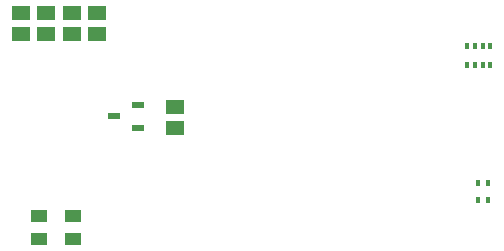
<source format=gbr>
G04*
G04 #@! TF.GenerationSoftware,Altium Limited,Altium Designer,23.0.1 (38)*
G04*
G04 Layer_Color=8421504*
%FSLAX24Y24*%
%MOIN*%
G70*
G04*
G04 #@! TF.SameCoordinates,76AA6A9F-6522-488D-AC0F-A5AD469E9F3A*
G04*
G04*
G04 #@! TF.FilePolarity,Positive*
G04*
G01*
G75*
%ADD14R,0.0591X0.0472*%
%ADD15R,0.0394X0.0236*%
%ADD16R,0.0118X0.0197*%
%ADD17R,0.0138X0.0197*%
%ADD18R,0.0531X0.0413*%
D14*
X38800Y40246D02*
D03*
Y40954D02*
D03*
X39650Y40246D02*
D03*
Y40954D02*
D03*
X40500Y40246D02*
D03*
Y40954D02*
D03*
X37950D02*
D03*
Y40246D02*
D03*
X43100Y37804D02*
D03*
Y37096D02*
D03*
D15*
X41056Y37500D02*
D03*
X41844Y37874D02*
D03*
Y37126D02*
D03*
D16*
X53507Y34724D02*
D03*
X53193D02*
D03*
Y35276D02*
D03*
X53507D02*
D03*
D17*
X52832Y39830D02*
D03*
Y39200D02*
D03*
X53600D02*
D03*
Y39830D02*
D03*
X53088D02*
D03*
Y39200D02*
D03*
X53344Y39830D02*
D03*
Y39200D02*
D03*
D18*
X39700Y34184D02*
D03*
Y33416D02*
D03*
X38550Y34184D02*
D03*
Y33416D02*
D03*
M02*

</source>
